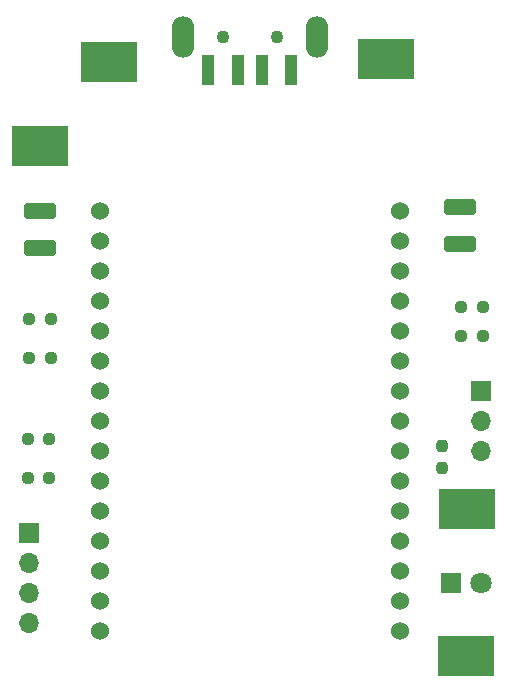
<source format=gts>
%TF.GenerationSoftware,KiCad,Pcbnew,7.0.6*%
%TF.CreationDate,2024-09-24T20:19:06-04:00*%
%TF.ProjectId,ESP32_Temp_Humidity,45535033-325f-4546-956d-705f48756d69,rev?*%
%TF.SameCoordinates,Original*%
%TF.FileFunction,Soldermask,Top*%
%TF.FilePolarity,Negative*%
%FSLAX46Y46*%
G04 Gerber Fmt 4.6, Leading zero omitted, Abs format (unit mm)*
G04 Created by KiCad (PCBNEW 7.0.6) date 2024-09-24 20:19:06*
%MOMM*%
%LPD*%
G01*
G04 APERTURE LIST*
G04 Aperture macros list*
%AMRoundRect*
0 Rectangle with rounded corners*
0 $1 Rounding radius*
0 $2 $3 $4 $5 $6 $7 $8 $9 X,Y pos of 4 corners*
0 Add a 4 corners polygon primitive as box body*
4,1,4,$2,$3,$4,$5,$6,$7,$8,$9,$2,$3,0*
0 Add four circle primitives for the rounded corners*
1,1,$1+$1,$2,$3*
1,1,$1+$1,$4,$5*
1,1,$1+$1,$6,$7*
1,1,$1+$1,$8,$9*
0 Add four rect primitives between the rounded corners*
20,1,$1+$1,$2,$3,$4,$5,0*
20,1,$1+$1,$4,$5,$6,$7,0*
20,1,$1+$1,$6,$7,$8,$9,0*
20,1,$1+$1,$8,$9,$2,$3,0*%
G04 Aperture macros list end*
%ADD10R,4.699000X3.429000*%
%ADD11C,1.100000*%
%ADD12R,1.100000X2.500000*%
%ADD13O,1.900000X3.500000*%
%ADD14RoundRect,0.237500X-0.250000X-0.237500X0.250000X-0.237500X0.250000X0.237500X-0.250000X0.237500X0*%
%ADD15R,1.800000X1.800000*%
%ADD16C,1.800000*%
%ADD17R,1.700000X1.700000*%
%ADD18O,1.700000X1.700000*%
%ADD19RoundRect,0.237500X-0.237500X0.250000X-0.237500X-0.250000X0.237500X-0.250000X0.237500X0.250000X0*%
%ADD20C,1.524000*%
%ADD21RoundRect,0.250000X-1.100000X0.412500X-1.100000X-0.412500X1.100000X-0.412500X1.100000X0.412500X0*%
G04 APERTURE END LIST*
D10*
%TO.C,TP5*%
X149098000Y-101219000D03*
%TD*%
%TO.C,TP4*%
X149225000Y-88773000D03*
%TD*%
%TO.C,TP3*%
X142367000Y-50673000D03*
%TD*%
%TO.C,TP2*%
X113030000Y-58039000D03*
%TD*%
%TO.C,TP1*%
X118872000Y-50927000D03*
%TD*%
D11*
%TO.C,J1*%
X128510000Y-48810000D03*
X133110000Y-48810000D03*
D12*
X127310000Y-51560000D03*
X129810000Y-51560000D03*
X131810000Y-51560000D03*
X134310000Y-51560000D03*
D13*
X125110000Y-48810000D03*
X136510000Y-48810000D03*
%TD*%
D14*
%TO.C,R2*%
X112014000Y-82804000D03*
X113839000Y-82804000D03*
%TD*%
%TO.C,R6*%
X112117500Y-72644000D03*
X113942500Y-72644000D03*
%TD*%
%TO.C,R1*%
X112014000Y-86106000D03*
X113839000Y-86106000D03*
%TD*%
%TO.C,R5*%
X112117500Y-75976000D03*
X113942500Y-75976000D03*
%TD*%
D15*
%TO.C,R4*%
X147823000Y-94996000D03*
D16*
X150363000Y-94996000D03*
%TD*%
D17*
%TO.C,J3*%
X150393000Y-78755000D03*
D18*
X150393000Y-81295000D03*
X150393000Y-83835000D03*
%TD*%
D19*
%TO.C,R3*%
X147066000Y-83415500D03*
X147066000Y-85240500D03*
%TD*%
D20*
%TO.C,U1*%
X118110000Y-63500000D03*
X118110000Y-66040000D03*
X118110000Y-68580000D03*
X118110000Y-71120000D03*
X118110000Y-73660000D03*
X118110000Y-76200000D03*
X118110000Y-78740000D03*
X118110000Y-81280000D03*
X118110000Y-83820000D03*
X118110000Y-86360000D03*
X118110000Y-88900000D03*
X118110000Y-91440000D03*
X118110000Y-93980000D03*
X118110000Y-96520000D03*
X118110000Y-99060000D03*
X143510000Y-99060000D03*
X143510000Y-96520000D03*
X143510000Y-93980000D03*
X143510000Y-91440000D03*
X143510000Y-88900000D03*
X143510000Y-86360000D03*
X143510000Y-83820000D03*
X143510000Y-81280000D03*
X143510000Y-78740000D03*
X143510000Y-76200000D03*
X143510000Y-73660000D03*
X143510000Y-71120000D03*
X143510000Y-68580000D03*
X143510000Y-66040000D03*
X143510000Y-63500000D03*
%TD*%
D14*
%TO.C,R7*%
X148693500Y-71628000D03*
X150518500Y-71628000D03*
%TD*%
D21*
%TO.C,C1*%
X148590000Y-63207500D03*
X148590000Y-66332500D03*
%TD*%
%TO.C,C2*%
X113030000Y-63500000D03*
X113030000Y-66625000D03*
%TD*%
D17*
%TO.C,J2*%
X112141000Y-90805000D03*
D18*
X112141000Y-93345000D03*
X112141000Y-95885000D03*
X112141000Y-98425000D03*
%TD*%
D14*
%TO.C,R8*%
X148693500Y-74064000D03*
X150518500Y-74064000D03*
%TD*%
M02*

</source>
